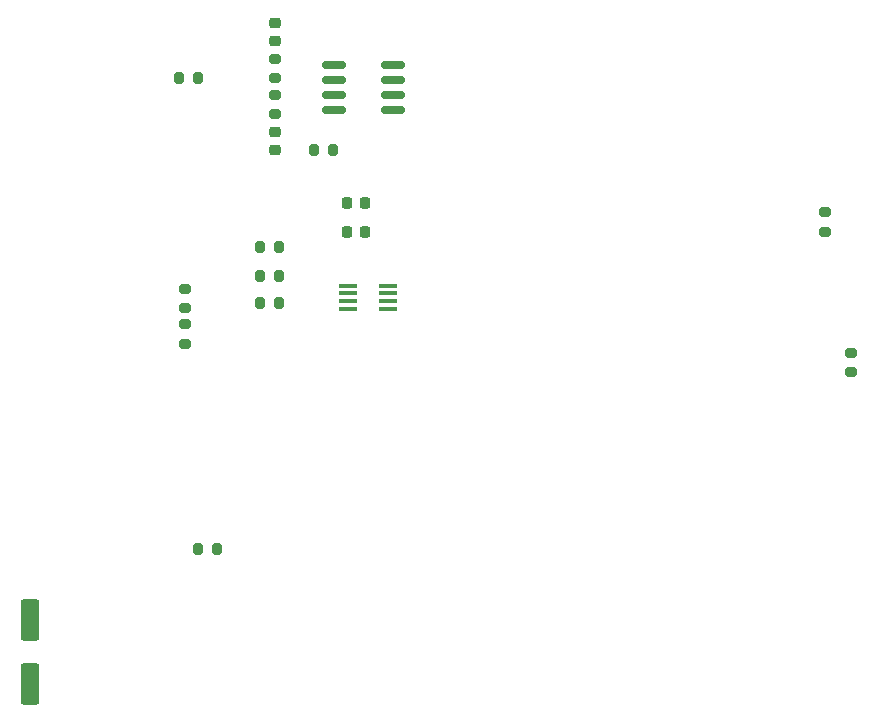
<source format=gbr>
%TF.GenerationSoftware,KiCad,Pcbnew,7.0.8*%
%TF.CreationDate,2023-10-27T12:44:36+09:00*%
%TF.ProjectId,doggedness_schemetic,646f6767-6564-46e6-9573-735f73636865,rev?*%
%TF.SameCoordinates,Original*%
%TF.FileFunction,Paste,Top*%
%TF.FilePolarity,Positive*%
%FSLAX46Y46*%
G04 Gerber Fmt 4.6, Leading zero omitted, Abs format (unit mm)*
G04 Created by KiCad (PCBNEW 7.0.8) date 2023-10-27 12:44:36*
%MOMM*%
%LPD*%
G01*
G04 APERTURE LIST*
G04 Aperture macros list*
%AMRoundRect*
0 Rectangle with rounded corners*
0 $1 Rounding radius*
0 $2 $3 $4 $5 $6 $7 $8 $9 X,Y pos of 4 corners*
0 Add a 4 corners polygon primitive as box body*
4,1,4,$2,$3,$4,$5,$6,$7,$8,$9,$2,$3,0*
0 Add four circle primitives for the rounded corners*
1,1,$1+$1,$2,$3*
1,1,$1+$1,$4,$5*
1,1,$1+$1,$6,$7*
1,1,$1+$1,$8,$9*
0 Add four rect primitives between the rounded corners*
20,1,$1+$1,$2,$3,$4,$5,0*
20,1,$1+$1,$4,$5,$6,$7,0*
20,1,$1+$1,$6,$7,$8,$9,0*
20,1,$1+$1,$8,$9,$2,$3,0*%
G04 Aperture macros list end*
%ADD10RoundRect,0.225000X0.250000X-0.225000X0.250000X0.225000X-0.250000X0.225000X-0.250000X-0.225000X0*%
%ADD11RoundRect,0.225000X-0.225000X-0.250000X0.225000X-0.250000X0.225000X0.250000X-0.225000X0.250000X0*%
%ADD12RoundRect,0.200000X-0.275000X0.200000X-0.275000X-0.200000X0.275000X-0.200000X0.275000X0.200000X0*%
%ADD13RoundRect,0.200000X0.275000X-0.200000X0.275000X0.200000X-0.275000X0.200000X-0.275000X-0.200000X0*%
%ADD14RoundRect,0.200000X-0.200000X-0.275000X0.200000X-0.275000X0.200000X0.275000X-0.200000X0.275000X0*%
%ADD15RoundRect,0.200000X0.200000X0.275000X-0.200000X0.275000X-0.200000X-0.275000X0.200000X-0.275000X0*%
%ADD16RoundRect,0.150000X0.825000X0.150000X-0.825000X0.150000X-0.825000X-0.150000X0.825000X-0.150000X0*%
%ADD17R,1.562100X0.355600*%
%ADD18RoundRect,0.225000X-0.250000X0.225000X-0.250000X-0.225000X0.250000X-0.225000X0.250000X0.225000X0*%
%ADD19RoundRect,0.250000X-0.550000X1.500000X-0.550000X-1.500000X0.550000X-1.500000X0.550000X1.500000X0*%
G04 APERTURE END LIST*
D10*
%TO.C,C4*%
X153289000Y-61875000D03*
X153289000Y-60325000D03*
%TD*%
D11*
%TO.C,C2*%
X159359000Y-75565000D03*
X160909000Y-75565000D03*
%TD*%
D12*
%TO.C,R11*%
X145669000Y-85852000D03*
X145669000Y-87502000D03*
%TD*%
D13*
%TO.C,R8*%
X153289000Y-65023000D03*
X153289000Y-63373000D03*
%TD*%
D14*
%TO.C,R2*%
X152020000Y-79308000D03*
X153670000Y-79308000D03*
%TD*%
D12*
%TO.C,R5*%
X199898000Y-76391000D03*
X199898000Y-78041000D03*
%TD*%
D15*
%TO.C,R10*%
X158242000Y-71120000D03*
X156592000Y-71120000D03*
%TD*%
D16*
%TO.C,U3*%
X163257000Y-67691000D03*
X163257000Y-66421000D03*
X163257000Y-65151000D03*
X163257000Y-63881000D03*
X158307000Y-63881000D03*
X158307000Y-65151000D03*
X158307000Y-66421000D03*
X158307000Y-67691000D03*
%TD*%
D12*
%TO.C,R9*%
X153289000Y-66422000D03*
X153289000Y-68072000D03*
%TD*%
D17*
%TO.C,U2*%
X159467550Y-82591001D03*
X159467550Y-83240999D03*
X159467550Y-83891001D03*
X159467550Y-84540999D03*
X162858450Y-84540999D03*
X162858450Y-83891001D03*
X162858450Y-83240999D03*
X162858450Y-82591001D03*
%TD*%
D18*
%TO.C,C5*%
X153289000Y-69570000D03*
X153289000Y-71120000D03*
%TD*%
D12*
%TO.C,R6*%
X202057000Y-88265000D03*
X202057000Y-89915000D03*
%TD*%
D11*
%TO.C,C3*%
X159359000Y-78075000D03*
X160909000Y-78075000D03*
%TD*%
D19*
%TO.C,C1*%
X132588000Y-110932000D03*
X132588000Y-116332000D03*
%TD*%
D12*
%TO.C,R12*%
X145669000Y-82867000D03*
X145669000Y-84517000D03*
%TD*%
D14*
%TO.C,R4*%
X152020000Y-84074000D03*
X153670000Y-84074000D03*
%TD*%
%TO.C,R3*%
X152020000Y-81818000D03*
X153670000Y-81818000D03*
%TD*%
D15*
%TO.C,R1*%
X148399000Y-104902000D03*
X146749000Y-104902000D03*
%TD*%
D14*
%TO.C,R7*%
X145162000Y-65024000D03*
X146812000Y-65024000D03*
%TD*%
M02*

</source>
